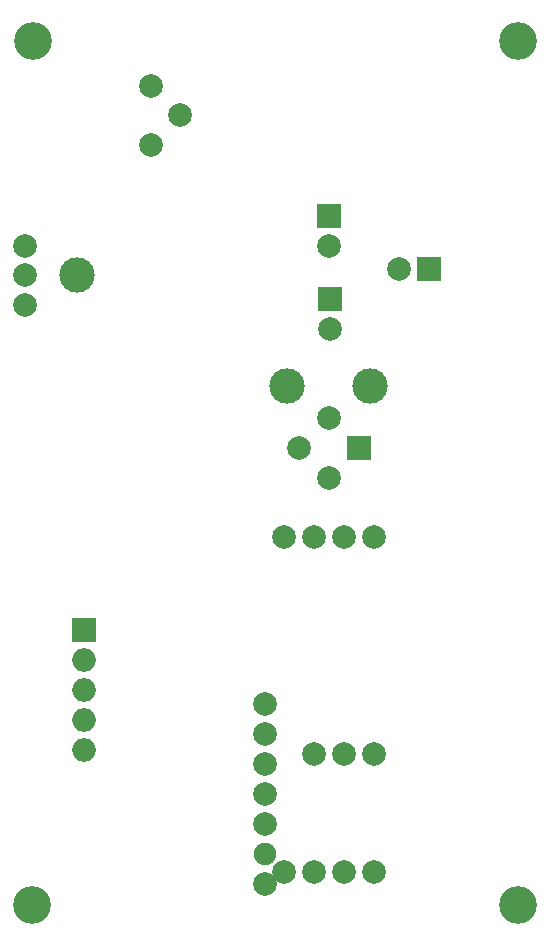
<source format=gbr>
G04 #@! TF.GenerationSoftware,KiCad,Pcbnew,5.1.8-db9833491~88~ubuntu18.04.1*
G04 #@! TF.CreationDate,2020-12-10T12:49:00+05:30*
G04 #@! TF.ProjectId,Permitme_main _sub_V1,5065726d-6974-46d6-955f-6d61696e205f,rev?*
G04 #@! TF.SameCoordinates,Original*
G04 #@! TF.FileFunction,Soldermask,Top*
G04 #@! TF.FilePolarity,Negative*
%FSLAX46Y46*%
G04 Gerber Fmt 4.6, Leading zero omitted, Abs format (unit mm)*
G04 Created by KiCad (PCBNEW 5.1.8-db9833491~88~ubuntu18.04.1) date 2020-12-10 12:49:00*
%MOMM*%
%LPD*%
G01*
G04 APERTURE LIST*
%ADD10C,3.000000*%
%ADD11C,2.000000*%
%ADD12R,2.000000X2.000000*%
%ADD13O,2.000000X2.000000*%
%ADD14C,3.200000*%
%ADD15C,1.900000*%
%ADD16C,0.001000*%
G04 APERTURE END LIST*
D10*
X183104000Y-114462000D03*
X176104000Y-114462000D03*
D11*
X175774000Y-127252000D03*
X178314000Y-127252000D03*
X180854000Y-127252000D03*
X183394000Y-127252000D03*
D12*
X179624000Y-100122000D03*
D11*
X179624000Y-102662000D03*
X164514000Y-89074000D03*
X167014000Y-91574000D03*
X164514000Y-94074000D03*
D13*
X158850000Y-145310000D03*
X158850000Y-142770000D03*
X158850000Y-140230000D03*
X158850000Y-137690000D03*
D12*
X158850000Y-135150000D03*
D14*
X154540000Y-85310000D03*
D11*
X174234000Y-141382000D03*
X174234000Y-143922000D03*
X174234000Y-146462000D03*
X174234000Y-149002000D03*
X174234000Y-151542000D03*
D15*
X174234000Y-154082000D03*
D11*
X174234000Y-156622000D03*
X153874000Y-102662000D03*
X153874000Y-105112000D03*
X153874000Y-107652000D03*
D10*
X158304000Y-105112000D03*
D12*
X182174000Y-119782000D03*
D11*
X177094000Y-119782000D03*
X179634000Y-122322000D03*
X179634000Y-117242000D03*
D14*
X195630000Y-158400000D03*
X154510000Y-158400000D03*
D11*
X175784000Y-155612000D03*
X178324000Y-155612000D03*
X180864000Y-155612000D03*
X183404000Y-155612000D03*
D16*
X175784000Y-145612000D03*
D11*
X178324000Y-145612000D03*
X180864000Y-145612000D03*
X183404000Y-145612000D03*
X185534000Y-104582000D03*
D12*
X188074000Y-104582000D03*
D14*
X195620000Y-85310000D03*
D11*
X179684000Y-109652000D03*
D12*
X179684000Y-107112000D03*
M02*

</source>
